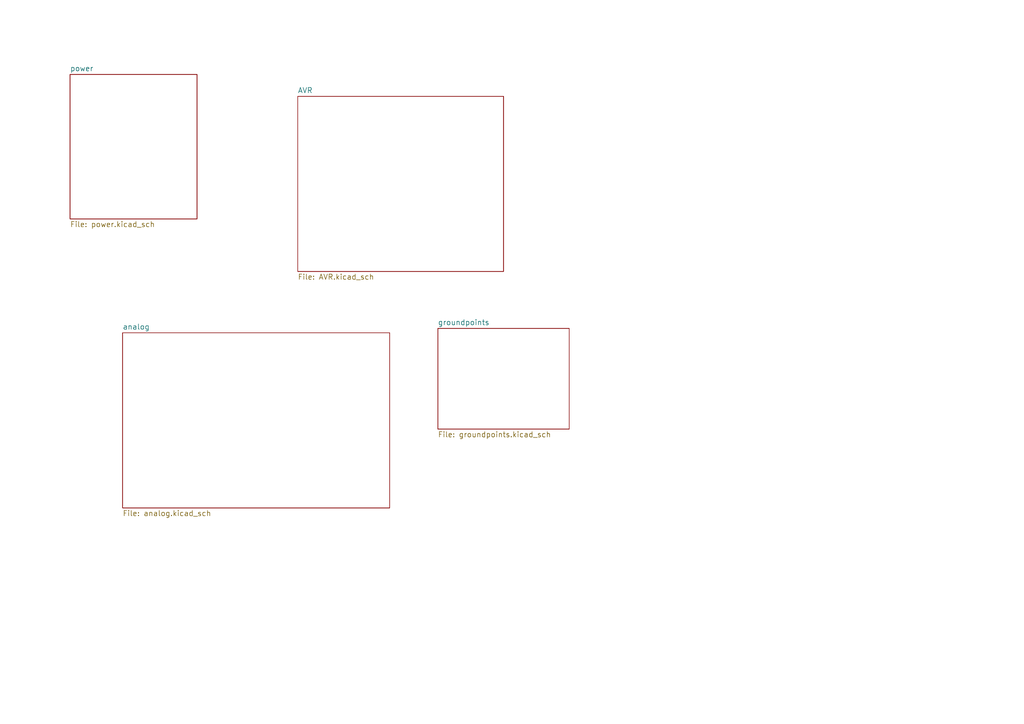
<source format=kicad_sch>
(kicad_sch (version 20230121) (generator eeschema)
  (paper "A4")
  (lib_symbols)
  (sheet (at 20.32 21.59) (size 36.83 41.91)
    (property "Sheetname" "power" (at 20.32 20.7514 0) (effects (font (size 1.524 1.524)) (justify left bottom)))
    (property "Sheetfile" "power.kicad_sch" (at 20.32 64.1862 0) (effects (font (size 1.524 1.524)) (justify left top)))
  )
  (sheet (at 86.36 27.94) (size 59.69 50.8)
    (property "Sheetname" "AVR" (at 86.36 27.1014 0) (effects (font (size 1.524 1.524)) (justify left bottom)))
    (property "Sheetfile" "AVR.kicad_sch" (at 86.36 79.4262 0) (effects (font (size 1.524 1.524)) (justify left top)))
  )
  (sheet (at 35.56 96.52) (size 77.47 50.8)
    (property "Sheetname" "analog" (at 35.56 95.6814 0) (effects (font (size 1.524 1.524)) (justify left bottom)))
    (property "Sheetfile" "analog.kicad_sch" (at 35.56 148.0062 0) (effects (font (size 1.524 1.524)) (justify left top)))
  )
  (sheet (at 127 95.25) (size 38.1 29.21)
    (property "Sheetname" "groundpoints" (at 127 94.4114 0) (effects (font (size 1.524 1.524)) (justify left bottom)))
    (property "Sheetfile" "groundpoints.kicad_sch" (at 127 125.1462 0) (effects (font (size 1.524 1.524)) (justify left top)))
  )
)
</source>
